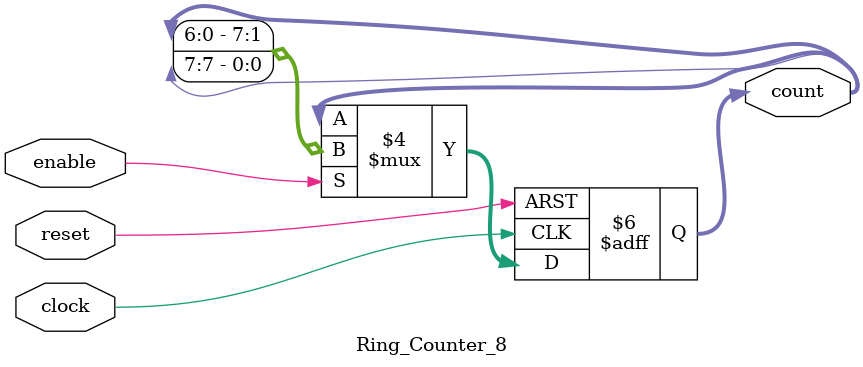
<source format=v>
module Ring_Counter_8 (count, enable, clock, reset);
  output  [7: 0] 	count;
  input 			    enable, reset, clock;
  reg 		[7: 0] 	count;

  always @  (posedge reset or posedge clock) begin
    if (reset == 1'b1) 	
      count <= 8'b0000_0001; 
    else if (enable == 1'b1) 	
      count <= {count[6: 0], count[7]};	// Concatenation operator
  end

endmodule

</source>
